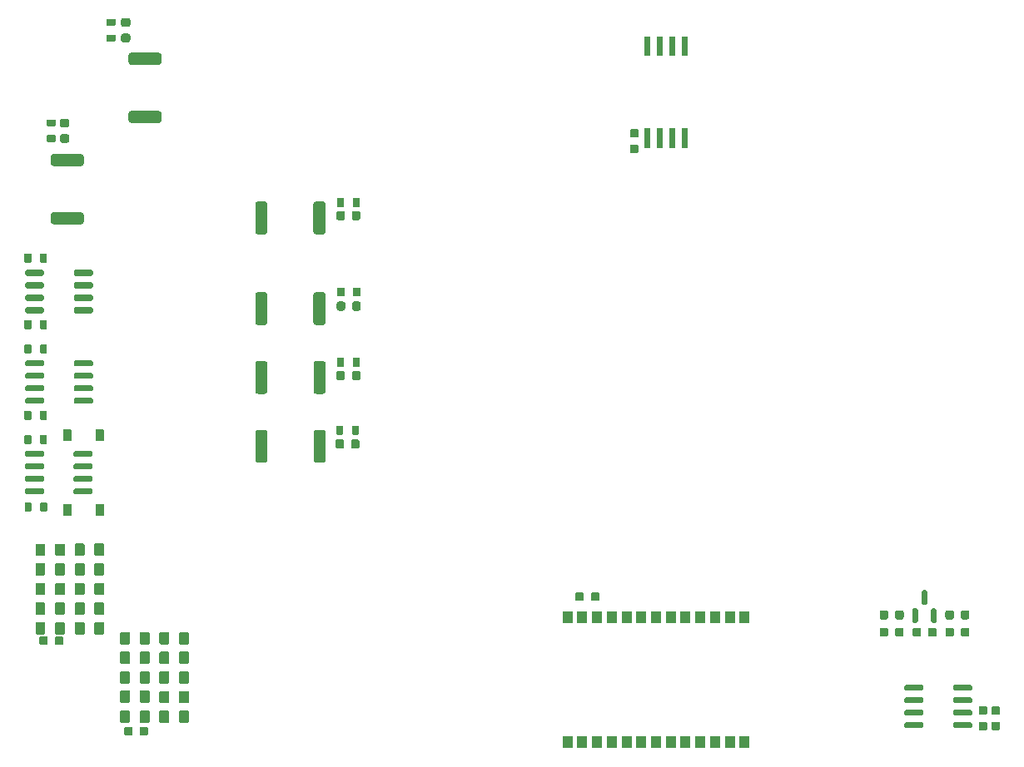
<source format=gtp>
G04 #@! TF.GenerationSoftware,KiCad,Pcbnew,8.0.8-8.0.8-0~ubuntu24.04.1*
G04 #@! TF.CreationDate,2025-02-12T08:24:26+00:00*
G04 #@! TF.ProjectId,MST01,4d535430-312e-46b6-9963-61645f706362,D*
G04 #@! TF.SameCoordinates,PX440a368PY8a86a58*
G04 #@! TF.FileFunction,Paste,Top*
G04 #@! TF.FilePolarity,Positive*
%FSLAX46Y46*%
G04 Gerber Fmt 4.6, Leading zero omitted, Abs format (unit mm)*
G04 Created by KiCad (PCBNEW 8.0.8-8.0.8-0~ubuntu24.04.1) date 2025-02-12 08:24:26*
%MOMM*%
%LPD*%
G01*
G04 APERTURE LIST*
%ADD10R,1.000000X1.300000*%
G04 APERTURE END LIST*
G04 #@! TO.C,C10*
G36*
G01*
X9055000Y13005000D02*
X9055000Y11955000D01*
G75*
G02*
X8955000Y11855000I-100000J0D01*
G01*
X8155000Y11855000D01*
G75*
G02*
X8055000Y11955000I0J100000D01*
G01*
X8055000Y13005000D01*
G75*
G02*
X8155000Y13105000I100000J0D01*
G01*
X8955000Y13105000D01*
G75*
G02*
X9055000Y13005000I0J-100000D01*
G01*
G37*
G36*
G01*
X7055000Y13005000D02*
X7055000Y11955000D01*
G75*
G02*
X6955000Y11855000I-100000J0D01*
G01*
X6155000Y11855000D01*
G75*
G02*
X6055000Y11955000I0J100000D01*
G01*
X6055000Y13005000D01*
G75*
G02*
X6155000Y13105000I100000J0D01*
G01*
X6955000Y13105000D01*
G75*
G02*
X7055000Y13005000I0J-100000D01*
G01*
G37*
G04 #@! TD*
G04 #@! TO.C,D8*
G36*
G01*
X91675000Y13020000D02*
X91375000Y13020000D01*
G75*
G02*
X91225000Y13170000I0J150000D01*
G01*
X91225000Y14345000D01*
G75*
G02*
X91375000Y14495000I150000J0D01*
G01*
X91675000Y14495000D01*
G75*
G02*
X91825000Y14345000I0J-150000D01*
G01*
X91825000Y13170000D01*
G75*
G02*
X91675000Y13020000I-150000J0D01*
G01*
G37*
G36*
G01*
X93575000Y13020000D02*
X93275000Y13020000D01*
G75*
G02*
X93125000Y13170000I0J150000D01*
G01*
X93125000Y14345000D01*
G75*
G02*
X93275000Y14495000I150000J0D01*
G01*
X93575000Y14495000D01*
G75*
G02*
X93725000Y14345000I0J-150000D01*
G01*
X93725000Y13170000D01*
G75*
G02*
X93575000Y13020000I-150000J0D01*
G01*
G37*
G36*
G01*
X92625000Y14895000D02*
X92325000Y14895000D01*
G75*
G02*
X92175000Y15045000I0J150000D01*
G01*
X92175000Y16220000D01*
G75*
G02*
X92325000Y16370000I150000J0D01*
G01*
X92625000Y16370000D01*
G75*
G02*
X92775000Y16220000I0J-150000D01*
G01*
X92775000Y15045000D01*
G75*
G02*
X92625000Y14895000I-150000J0D01*
G01*
G37*
G04 #@! TD*
G04 #@! TO.C,U7*
G36*
G01*
X990000Y30075000D02*
X990000Y30375000D01*
G75*
G02*
X1140000Y30525000I150000J0D01*
G01*
X2790000Y30525000D01*
G75*
G02*
X2940000Y30375000I0J-150000D01*
G01*
X2940000Y30075000D01*
G75*
G02*
X2790000Y29925000I-150000J0D01*
G01*
X1140000Y29925000D01*
G75*
G02*
X990000Y30075000I0J150000D01*
G01*
G37*
G36*
G01*
X990000Y28805000D02*
X990000Y29105000D01*
G75*
G02*
X1140000Y29255000I150000J0D01*
G01*
X2790000Y29255000D01*
G75*
G02*
X2940000Y29105000I0J-150000D01*
G01*
X2940000Y28805000D01*
G75*
G02*
X2790000Y28655000I-150000J0D01*
G01*
X1140000Y28655000D01*
G75*
G02*
X990000Y28805000I0J150000D01*
G01*
G37*
G36*
G01*
X990000Y27535000D02*
X990000Y27835000D01*
G75*
G02*
X1140000Y27985000I150000J0D01*
G01*
X2790000Y27985000D01*
G75*
G02*
X2940000Y27835000I0J-150000D01*
G01*
X2940000Y27535000D01*
G75*
G02*
X2790000Y27385000I-150000J0D01*
G01*
X1140000Y27385000D01*
G75*
G02*
X990000Y27535000I0J150000D01*
G01*
G37*
G36*
G01*
X990000Y26265000D02*
X990000Y26565000D01*
G75*
G02*
X1140000Y26715000I150000J0D01*
G01*
X2790000Y26715000D01*
G75*
G02*
X2940000Y26565000I0J-150000D01*
G01*
X2940000Y26265000D01*
G75*
G02*
X2790000Y26115000I-150000J0D01*
G01*
X1140000Y26115000D01*
G75*
G02*
X990000Y26265000I0J150000D01*
G01*
G37*
G36*
G01*
X5940000Y26265000D02*
X5940000Y26565000D01*
G75*
G02*
X6090000Y26715000I150000J0D01*
G01*
X7740000Y26715000D01*
G75*
G02*
X7890000Y26565000I0J-150000D01*
G01*
X7890000Y26265000D01*
G75*
G02*
X7740000Y26115000I-150000J0D01*
G01*
X6090000Y26115000D01*
G75*
G02*
X5940000Y26265000I0J150000D01*
G01*
G37*
G36*
G01*
X5940000Y27535000D02*
X5940000Y27835000D01*
G75*
G02*
X6090000Y27985000I150000J0D01*
G01*
X7740000Y27985000D01*
G75*
G02*
X7890000Y27835000I0J-150000D01*
G01*
X7890000Y27535000D01*
G75*
G02*
X7740000Y27385000I-150000J0D01*
G01*
X6090000Y27385000D01*
G75*
G02*
X5940000Y27535000I0J150000D01*
G01*
G37*
G36*
G01*
X5940000Y28805000D02*
X5940000Y29105000D01*
G75*
G02*
X6090000Y29255000I150000J0D01*
G01*
X7740000Y29255000D01*
G75*
G02*
X7890000Y29105000I0J-150000D01*
G01*
X7890000Y28805000D01*
G75*
G02*
X7740000Y28655000I-150000J0D01*
G01*
X6090000Y28655000D01*
G75*
G02*
X5940000Y28805000I0J150000D01*
G01*
G37*
G36*
G01*
X5940000Y30075000D02*
X5940000Y30375000D01*
G75*
G02*
X6090000Y30525000I150000J0D01*
G01*
X7740000Y30525000D01*
G75*
G02*
X7890000Y30375000I0J-150000D01*
G01*
X7890000Y30075000D01*
G75*
G02*
X7740000Y29925000I-150000J0D01*
G01*
X6090000Y29925000D01*
G75*
G02*
X5940000Y30075000I0J150000D01*
G01*
G37*
G04 #@! TD*
G04 #@! TO.C,C8*
G36*
G01*
X9055000Y17005000D02*
X9055000Y15955000D01*
G75*
G02*
X8955000Y15855000I-100000J0D01*
G01*
X8155000Y15855000D01*
G75*
G02*
X8055000Y15955000I0J100000D01*
G01*
X8055000Y17005000D01*
G75*
G02*
X8155000Y17105000I100000J0D01*
G01*
X8955000Y17105000D01*
G75*
G02*
X9055000Y17005000I0J-100000D01*
G01*
G37*
G36*
G01*
X7055000Y17005000D02*
X7055000Y15955000D01*
G75*
G02*
X6955000Y15855000I-100000J0D01*
G01*
X6155000Y15855000D01*
G75*
G02*
X6055000Y15955000I0J100000D01*
G01*
X6055000Y17005000D01*
G75*
G02*
X6155000Y17105000I100000J0D01*
G01*
X6955000Y17105000D01*
G75*
G02*
X7055000Y17005000I0J-100000D01*
G01*
G37*
G04 #@! TD*
G04 #@! TO.C,C27*
G36*
G01*
X62615000Y63270001D02*
X63295000Y63270001D01*
G75*
G02*
X63380000Y63185001I0J-85000D01*
G01*
X63380000Y62505001D01*
G75*
G02*
X63295000Y62420001I-85000J0D01*
G01*
X62615000Y62420001D01*
G75*
G02*
X62530000Y62505001I0J85000D01*
G01*
X62530000Y63185001D01*
G75*
G02*
X62615000Y63270001I85000J0D01*
G01*
G37*
G36*
G01*
X62615000Y61689999D02*
X63295000Y61689999D01*
G75*
G02*
X63380000Y61604999I0J-85000D01*
G01*
X63380000Y60924999D01*
G75*
G02*
X63295000Y60839999I-85000J0D01*
G01*
X62615000Y60839999D01*
G75*
G02*
X62530000Y60924999I0J85000D01*
G01*
X62530000Y61604999D01*
G75*
G02*
X62615000Y61689999I85000J0D01*
G01*
G37*
G04 #@! TD*
G04 #@! TO.C,R19*
G36*
G01*
X35035000Y56195000D02*
X35035000Y55415000D01*
G75*
G02*
X34965000Y55345000I-70000J0D01*
G01*
X34405000Y55345000D01*
G75*
G02*
X34335000Y55415000I0J70000D01*
G01*
X34335000Y56195000D01*
G75*
G02*
X34405000Y56265000I70000J0D01*
G01*
X34965000Y56265000D01*
G75*
G02*
X35035000Y56195000I0J-70000D01*
G01*
G37*
G36*
G01*
X33435000Y56195000D02*
X33435000Y55415000D01*
G75*
G02*
X33365000Y55345000I-70000J0D01*
G01*
X32805000Y55345000D01*
G75*
G02*
X32735000Y55415000I0J70000D01*
G01*
X32735000Y56195000D01*
G75*
G02*
X32805000Y56265000I70000J0D01*
G01*
X33365000Y56265000D01*
G75*
G02*
X33435000Y56195000I0J-70000D01*
G01*
G37*
G04 #@! TD*
G04 #@! TO.C,U10*
G36*
G01*
X1005000Y39290000D02*
X1005000Y39590000D01*
G75*
G02*
X1155000Y39740000I150000J0D01*
G01*
X2805000Y39740000D01*
G75*
G02*
X2955000Y39590000I0J-150000D01*
G01*
X2955000Y39290000D01*
G75*
G02*
X2805000Y39140000I-150000J0D01*
G01*
X1155000Y39140000D01*
G75*
G02*
X1005000Y39290000I0J150000D01*
G01*
G37*
G36*
G01*
X1005000Y38020000D02*
X1005000Y38320000D01*
G75*
G02*
X1155000Y38470000I150000J0D01*
G01*
X2805000Y38470000D01*
G75*
G02*
X2955000Y38320000I0J-150000D01*
G01*
X2955000Y38020000D01*
G75*
G02*
X2805000Y37870000I-150000J0D01*
G01*
X1155000Y37870000D01*
G75*
G02*
X1005000Y38020000I0J150000D01*
G01*
G37*
G36*
G01*
X1005000Y36750000D02*
X1005000Y37050000D01*
G75*
G02*
X1155000Y37200000I150000J0D01*
G01*
X2805000Y37200000D01*
G75*
G02*
X2955000Y37050000I0J-150000D01*
G01*
X2955000Y36750000D01*
G75*
G02*
X2805000Y36600000I-150000J0D01*
G01*
X1155000Y36600000D01*
G75*
G02*
X1005000Y36750000I0J150000D01*
G01*
G37*
G36*
G01*
X1005000Y35480000D02*
X1005000Y35780000D01*
G75*
G02*
X1155000Y35930000I150000J0D01*
G01*
X2805000Y35930000D01*
G75*
G02*
X2955000Y35780000I0J-150000D01*
G01*
X2955000Y35480000D01*
G75*
G02*
X2805000Y35330000I-150000J0D01*
G01*
X1155000Y35330000D01*
G75*
G02*
X1005000Y35480000I0J150000D01*
G01*
G37*
G36*
G01*
X5955000Y35480000D02*
X5955000Y35780000D01*
G75*
G02*
X6105000Y35930000I150000J0D01*
G01*
X7755000Y35930000D01*
G75*
G02*
X7905000Y35780000I0J-150000D01*
G01*
X7905000Y35480000D01*
G75*
G02*
X7755000Y35330000I-150000J0D01*
G01*
X6105000Y35330000D01*
G75*
G02*
X5955000Y35480000I0J150000D01*
G01*
G37*
G36*
G01*
X5955000Y36750000D02*
X5955000Y37050000D01*
G75*
G02*
X6105000Y37200000I150000J0D01*
G01*
X7755000Y37200000D01*
G75*
G02*
X7905000Y37050000I0J-150000D01*
G01*
X7905000Y36750000D01*
G75*
G02*
X7755000Y36600000I-150000J0D01*
G01*
X6105000Y36600000D01*
G75*
G02*
X5955000Y36750000I0J150000D01*
G01*
G37*
G36*
G01*
X5955000Y38020000D02*
X5955000Y38320000D01*
G75*
G02*
X6105000Y38470000I150000J0D01*
G01*
X7755000Y38470000D01*
G75*
G02*
X7905000Y38320000I0J-150000D01*
G01*
X7905000Y38020000D01*
G75*
G02*
X7755000Y37870000I-150000J0D01*
G01*
X6105000Y37870000D01*
G75*
G02*
X5955000Y38020000I0J150000D01*
G01*
G37*
G36*
G01*
X5955000Y39290000D02*
X5955000Y39590000D01*
G75*
G02*
X6105000Y39740000I150000J0D01*
G01*
X7755000Y39740000D01*
G75*
G02*
X7905000Y39590000I0J-150000D01*
G01*
X7905000Y39290000D01*
G75*
G02*
X7755000Y39140000I-150000J0D01*
G01*
X6105000Y39140000D01*
G75*
G02*
X5955000Y39290000I0J150000D01*
G01*
G37*
G04 #@! TD*
G04 #@! TO.C,R23*
G36*
G01*
X35075000Y47095000D02*
X35075000Y46315000D01*
G75*
G02*
X35005000Y46245000I-70000J0D01*
G01*
X34445000Y46245000D01*
G75*
G02*
X34375000Y46315000I0J70000D01*
G01*
X34375000Y47095000D01*
G75*
G02*
X34445000Y47165000I70000J0D01*
G01*
X35005000Y47165000D01*
G75*
G02*
X35075000Y47095000I0J-70000D01*
G01*
G37*
G36*
G01*
X33475000Y47095000D02*
X33475000Y46315000D01*
G75*
G02*
X33405000Y46245000I-70000J0D01*
G01*
X32845000Y46245000D01*
G75*
G02*
X32775000Y46315000I0J70000D01*
G01*
X32775000Y47095000D01*
G75*
G02*
X32845000Y47165000I70000J0D01*
G01*
X33405000Y47165000D01*
G75*
G02*
X33475000Y47095000I0J-70000D01*
G01*
G37*
G04 #@! TD*
G04 #@! TO.C,R31*
G36*
G01*
X935000Y40525000D02*
X935000Y41305000D01*
G75*
G02*
X1005000Y41375000I70000J0D01*
G01*
X1565000Y41375000D01*
G75*
G02*
X1635000Y41305000I0J-70000D01*
G01*
X1635000Y40525000D01*
G75*
G02*
X1565000Y40455000I-70000J0D01*
G01*
X1005000Y40455000D01*
G75*
G02*
X935000Y40525000I0J70000D01*
G01*
G37*
G36*
G01*
X2535000Y40525000D02*
X2535000Y41305000D01*
G75*
G02*
X2605000Y41375000I70000J0D01*
G01*
X3165000Y41375000D01*
G75*
G02*
X3235000Y41305000I0J-70000D01*
G01*
X3235000Y40525000D01*
G75*
G02*
X3165000Y40455000I-70000J0D01*
G01*
X2605000Y40455000D01*
G75*
G02*
X2535000Y40525000I0J70000D01*
G01*
G37*
G04 #@! TD*
G04 #@! TO.C,R27*
G36*
G01*
X31570000Y39435000D02*
X31570000Y36585000D01*
G75*
G02*
X31320000Y36335000I-250000J0D01*
G01*
X30595000Y36335000D01*
G75*
G02*
X30345000Y36585000I0J250000D01*
G01*
X30345000Y39435000D01*
G75*
G02*
X30595000Y39685000I250000J0D01*
G01*
X31320000Y39685000D01*
G75*
G02*
X31570000Y39435000I0J-250000D01*
G01*
G37*
G36*
G01*
X25645000Y39435000D02*
X25645000Y36585000D01*
G75*
G02*
X25395000Y36335000I-250000J0D01*
G01*
X24670000Y36335000D01*
G75*
G02*
X24420000Y36585000I0J250000D01*
G01*
X24420000Y39435000D01*
G75*
G02*
X24670000Y39685000I250000J0D01*
G01*
X25395000Y39685000D01*
G75*
G02*
X25645000Y39435000I0J-250000D01*
G01*
G37*
G04 #@! TD*
G04 #@! TO.C,C30*
G36*
G01*
X97030001Y12415000D02*
X97030001Y11735000D01*
G75*
G02*
X96945001Y11650000I-85000J0D01*
G01*
X96265001Y11650000D01*
G75*
G02*
X96180001Y11735000I0J85000D01*
G01*
X96180001Y12415000D01*
G75*
G02*
X96265001Y12500000I85000J0D01*
G01*
X96945001Y12500000D01*
G75*
G02*
X97030001Y12415000I0J-85000D01*
G01*
G37*
G36*
G01*
X95449999Y12415000D02*
X95449999Y11735000D01*
G75*
G02*
X95364999Y11650000I-85000J0D01*
G01*
X94684999Y11650000D01*
G75*
G02*
X94599999Y11735000I0J85000D01*
G01*
X94599999Y12415000D01*
G75*
G02*
X94684999Y12500000I85000J0D01*
G01*
X95364999Y12500000D01*
G75*
G02*
X95449999Y12415000I0J-85000D01*
G01*
G37*
G04 #@! TD*
G04 #@! TO.C,F6*
G36*
G01*
X11491250Y72130000D02*
X10978750Y72130000D01*
G75*
G02*
X10760000Y72348750I0J218750D01*
G01*
X10760000Y72786250D01*
G75*
G02*
X10978750Y73005000I218750J0D01*
G01*
X11491250Y73005000D01*
G75*
G02*
X11710000Y72786250I0J-218750D01*
G01*
X11710000Y72348750D01*
G75*
G02*
X11491250Y72130000I-218750J0D01*
G01*
G37*
G36*
G01*
X11491250Y73705000D02*
X10978750Y73705000D01*
G75*
G02*
X10760000Y73923750I0J218750D01*
G01*
X10760000Y74361250D01*
G75*
G02*
X10978750Y74580000I218750J0D01*
G01*
X11491250Y74580000D01*
G75*
G02*
X11710000Y74361250I0J-218750D01*
G01*
X11710000Y73923750D01*
G75*
G02*
X11491250Y73705000I-218750J0D01*
G01*
G37*
G04 #@! TD*
G04 #@! TO.C,C33*
G36*
G01*
X59400001Y16030000D02*
X59400001Y15350000D01*
G75*
G02*
X59315001Y15265000I-85000J0D01*
G01*
X58635001Y15265000D01*
G75*
G02*
X58550001Y15350000I0J85000D01*
G01*
X58550001Y16030000D01*
G75*
G02*
X58635001Y16115000I85000J0D01*
G01*
X59315001Y16115000D01*
G75*
G02*
X59400001Y16030000I0J-85000D01*
G01*
G37*
G36*
G01*
X57819999Y16030000D02*
X57819999Y15350000D01*
G75*
G02*
X57734999Y15265000I-85000J0D01*
G01*
X57054999Y15265000D01*
G75*
G02*
X56969999Y15350000I0J85000D01*
G01*
X56969999Y16030000D01*
G75*
G02*
X57054999Y16115000I85000J0D01*
G01*
X57734999Y16115000D01*
G75*
G02*
X57819999Y16030000I0J-85000D01*
G01*
G37*
G04 #@! TD*
G04 #@! TO.C,C29*
G36*
G01*
X91269999Y11735000D02*
X91269999Y12415000D01*
G75*
G02*
X91354999Y12500000I85000J0D01*
G01*
X92034999Y12500000D01*
G75*
G02*
X92119999Y12415000I0J-85000D01*
G01*
X92119999Y11735000D01*
G75*
G02*
X92034999Y11650000I-85000J0D01*
G01*
X91354999Y11650000D01*
G75*
G02*
X91269999Y11735000I0J85000D01*
G01*
G37*
G36*
G01*
X92850001Y11735000D02*
X92850001Y12415000D01*
G75*
G02*
X92935001Y12500000I85000J0D01*
G01*
X93615001Y12500000D01*
G75*
G02*
X93700001Y12415000I0J-85000D01*
G01*
X93700001Y11735000D01*
G75*
G02*
X93615001Y11650000I-85000J0D01*
G01*
X92935001Y11650000D01*
G75*
G02*
X92850001Y11735000I0J85000D01*
G01*
G37*
G04 #@! TD*
G04 #@! TO.C,F9*
G36*
G01*
X32660000Y37948750D02*
X32660000Y38461250D01*
G75*
G02*
X32878750Y38680000I218750J0D01*
G01*
X33316250Y38680000D01*
G75*
G02*
X33535000Y38461250I0J-218750D01*
G01*
X33535000Y37948750D01*
G75*
G02*
X33316250Y37730000I-218750J0D01*
G01*
X32878750Y37730000D01*
G75*
G02*
X32660000Y37948750I0J218750D01*
G01*
G37*
G36*
G01*
X34235000Y37948750D02*
X34235000Y38461250D01*
G75*
G02*
X34453750Y38680000I218750J0D01*
G01*
X34891250Y38680000D01*
G75*
G02*
X35110000Y38461250I0J-218750D01*
G01*
X35110000Y37948750D01*
G75*
G02*
X34891250Y37730000I-218750J0D01*
G01*
X34453750Y37730000D01*
G75*
G02*
X34235000Y37948750I0J218750D01*
G01*
G37*
G04 #@! TD*
G04 #@! TO.C,C24*
G36*
G01*
X11079999Y1670006D02*
X11079999Y2350006D01*
G75*
G02*
X11164999Y2435006I85000J0D01*
G01*
X11844999Y2435006D01*
G75*
G02*
X11929999Y2350006I0J-85000D01*
G01*
X11929999Y1670006D01*
G75*
G02*
X11844999Y1585006I-85000J0D01*
G01*
X11164999Y1585006D01*
G75*
G02*
X11079999Y1670006I0J85000D01*
G01*
G37*
G36*
G01*
X12660001Y1670006D02*
X12660001Y2350006D01*
G75*
G02*
X12745001Y2435006I85000J0D01*
G01*
X13425001Y2435006D01*
G75*
G02*
X13510001Y2350006I0J-85000D01*
G01*
X13510001Y1670006D01*
G75*
G02*
X13425001Y1585006I-85000J0D01*
G01*
X12745001Y1585006D01*
G75*
G02*
X12660001Y1670006I0J85000D01*
G01*
G37*
G04 #@! TD*
G04 #@! TO.C,C21*
G36*
G01*
X17665000Y7995000D02*
X17665000Y6945000D01*
G75*
G02*
X17565000Y6845000I-100000J0D01*
G01*
X16765000Y6845000D01*
G75*
G02*
X16665000Y6945000I0J100000D01*
G01*
X16665000Y7995000D01*
G75*
G02*
X16765000Y8095000I100000J0D01*
G01*
X17565000Y8095000D01*
G75*
G02*
X17665000Y7995000I0J-100000D01*
G01*
G37*
G36*
G01*
X15665000Y7995000D02*
X15665000Y6945000D01*
G75*
G02*
X15565000Y6845000I-100000J0D01*
G01*
X14765000Y6845000D01*
G75*
G02*
X14665000Y6945000I0J100000D01*
G01*
X14665000Y7995000D01*
G75*
G02*
X14765000Y8095000I100000J0D01*
G01*
X15565000Y8095000D01*
G75*
G02*
X15665000Y7995000I0J-100000D01*
G01*
G37*
G04 #@! TD*
G04 #@! TO.C,U4*
G36*
G01*
X97315000Y2770000D02*
X97315000Y2470000D01*
G75*
G02*
X97165000Y2320000I-150000J0D01*
G01*
X95515000Y2320000D01*
G75*
G02*
X95365000Y2470000I0J150000D01*
G01*
X95365000Y2770000D01*
G75*
G02*
X95515000Y2920000I150000J0D01*
G01*
X97165000Y2920000D01*
G75*
G02*
X97315000Y2770000I0J-150000D01*
G01*
G37*
G36*
G01*
X97315000Y4040000D02*
X97315000Y3740000D01*
G75*
G02*
X97165000Y3590000I-150000J0D01*
G01*
X95515000Y3590000D01*
G75*
G02*
X95365000Y3740000I0J150000D01*
G01*
X95365000Y4040000D01*
G75*
G02*
X95515000Y4190000I150000J0D01*
G01*
X97165000Y4190000D01*
G75*
G02*
X97315000Y4040000I0J-150000D01*
G01*
G37*
G36*
G01*
X97315000Y5310000D02*
X97315000Y5010000D01*
G75*
G02*
X97165000Y4860000I-150000J0D01*
G01*
X95515000Y4860000D01*
G75*
G02*
X95365000Y5010000I0J150000D01*
G01*
X95365000Y5310000D01*
G75*
G02*
X95515000Y5460000I150000J0D01*
G01*
X97165000Y5460000D01*
G75*
G02*
X97315000Y5310000I0J-150000D01*
G01*
G37*
G36*
G01*
X97315000Y6580000D02*
X97315000Y6280000D01*
G75*
G02*
X97165000Y6130000I-150000J0D01*
G01*
X95515000Y6130000D01*
G75*
G02*
X95365000Y6280000I0J150000D01*
G01*
X95365000Y6580000D01*
G75*
G02*
X95515000Y6730000I150000J0D01*
G01*
X97165000Y6730000D01*
G75*
G02*
X97315000Y6580000I0J-150000D01*
G01*
G37*
G36*
G01*
X92365000Y6580000D02*
X92365000Y6280000D01*
G75*
G02*
X92215000Y6130000I-150000J0D01*
G01*
X90565000Y6130000D01*
G75*
G02*
X90415000Y6280000I0J150000D01*
G01*
X90415000Y6580000D01*
G75*
G02*
X90565000Y6730000I150000J0D01*
G01*
X92215000Y6730000D01*
G75*
G02*
X92365000Y6580000I0J-150000D01*
G01*
G37*
G36*
G01*
X92365000Y5310000D02*
X92365000Y5010000D01*
G75*
G02*
X92215000Y4860000I-150000J0D01*
G01*
X90565000Y4860000D01*
G75*
G02*
X90415000Y5010000I0J150000D01*
G01*
X90415000Y5310000D01*
G75*
G02*
X90565000Y5460000I150000J0D01*
G01*
X92215000Y5460000D01*
G75*
G02*
X92365000Y5310000I0J-150000D01*
G01*
G37*
G36*
G01*
X92365000Y4040000D02*
X92365000Y3740000D01*
G75*
G02*
X92215000Y3590000I-150000J0D01*
G01*
X90565000Y3590000D01*
G75*
G02*
X90415000Y3740000I0J150000D01*
G01*
X90415000Y4040000D01*
G75*
G02*
X90565000Y4190000I150000J0D01*
G01*
X92215000Y4190000D01*
G75*
G02*
X92365000Y4040000I0J-150000D01*
G01*
G37*
G36*
G01*
X92365000Y2770000D02*
X92365000Y2470000D01*
G75*
G02*
X92215000Y2320000I-150000J0D01*
G01*
X90565000Y2320000D01*
G75*
G02*
X90415000Y2470000I0J150000D01*
G01*
X90415000Y2770000D01*
G75*
G02*
X90565000Y2920000I150000J0D01*
G01*
X92215000Y2920000D01*
G75*
G02*
X92365000Y2770000I0J-150000D01*
G01*
G37*
G04 #@! TD*
G04 #@! TO.C,C19*
G36*
G01*
X17665000Y11995000D02*
X17665000Y10945000D01*
G75*
G02*
X17565000Y10845000I-100000J0D01*
G01*
X16765000Y10845000D01*
G75*
G02*
X16665000Y10945000I0J100000D01*
G01*
X16665000Y11995000D01*
G75*
G02*
X16765000Y12095000I100000J0D01*
G01*
X17565000Y12095000D01*
G75*
G02*
X17665000Y11995000I0J-100000D01*
G01*
G37*
G36*
G01*
X15665000Y11995000D02*
X15665000Y10945000D01*
G75*
G02*
X15565000Y10845000I-100000J0D01*
G01*
X14765000Y10845000D01*
G75*
G02*
X14665000Y10945000I0J100000D01*
G01*
X14665000Y11995000D01*
G75*
G02*
X14765000Y12095000I100000J0D01*
G01*
X15565000Y12095000D01*
G75*
G02*
X15665000Y11995000I0J-100000D01*
G01*
G37*
G04 #@! TD*
G04 #@! TO.C,C20*
G36*
G01*
X17665000Y9995000D02*
X17665000Y8945000D01*
G75*
G02*
X17565000Y8845000I-100000J0D01*
G01*
X16765000Y8845000D01*
G75*
G02*
X16665000Y8945000I0J100000D01*
G01*
X16665000Y9995000D01*
G75*
G02*
X16765000Y10095000I100000J0D01*
G01*
X17565000Y10095000D01*
G75*
G02*
X17665000Y9995000I0J-100000D01*
G01*
G37*
G36*
G01*
X15665000Y9995000D02*
X15665000Y8945000D01*
G75*
G02*
X15565000Y8845000I-100000J0D01*
G01*
X14765000Y8845000D01*
G75*
G02*
X14665000Y8945000I0J100000D01*
G01*
X14665000Y9995000D01*
G75*
G02*
X14765000Y10095000I100000J0D01*
G01*
X15565000Y10095000D01*
G75*
G02*
X15665000Y9995000I0J-100000D01*
G01*
G37*
G04 #@! TD*
G04 #@! TO.C,C31*
G36*
G01*
X100055000Y2099999D02*
X99375000Y2099999D01*
G75*
G02*
X99290000Y2184999I0J85000D01*
G01*
X99290000Y2864999D01*
G75*
G02*
X99375000Y2949999I85000J0D01*
G01*
X100055000Y2949999D01*
G75*
G02*
X100140000Y2864999I0J-85000D01*
G01*
X100140000Y2184999D01*
G75*
G02*
X100055000Y2099999I-85000J0D01*
G01*
G37*
G36*
G01*
X100055000Y3680001D02*
X99375000Y3680001D01*
G75*
G02*
X99290000Y3765001I0J85000D01*
G01*
X99290000Y4445001D01*
G75*
G02*
X99375000Y4530001I85000J0D01*
G01*
X100055000Y4530001D01*
G75*
G02*
X100140000Y4445001I0J-85000D01*
G01*
X100140000Y3765001D01*
G75*
G02*
X100055000Y3680001I-85000J0D01*
G01*
G37*
G04 #@! TD*
G04 #@! TO.C,R24*
G36*
G01*
X35035000Y39955000D02*
X35035000Y39175000D01*
G75*
G02*
X34965000Y39105000I-70000J0D01*
G01*
X34405000Y39105000D01*
G75*
G02*
X34335000Y39175000I0J70000D01*
G01*
X34335000Y39955000D01*
G75*
G02*
X34405000Y40025000I70000J0D01*
G01*
X34965000Y40025000D01*
G75*
G02*
X35035000Y39955000I0J-70000D01*
G01*
G37*
G36*
G01*
X33435000Y39955000D02*
X33435000Y39175000D01*
G75*
G02*
X33365000Y39105000I-70000J0D01*
G01*
X32805000Y39105000D01*
G75*
G02*
X32735000Y39175000I0J70000D01*
G01*
X32735000Y39955000D01*
G75*
G02*
X32805000Y40025000I70000J0D01*
G01*
X33365000Y40025000D01*
G75*
G02*
X33435000Y39955000I0J-70000D01*
G01*
G37*
G04 #@! TD*
G04 #@! TO.C,C7*
G36*
G01*
X9055000Y19005000D02*
X9055000Y17955000D01*
G75*
G02*
X8955000Y17855000I-100000J0D01*
G01*
X8155000Y17855000D01*
G75*
G02*
X8055000Y17955000I0J100000D01*
G01*
X8055000Y19005000D01*
G75*
G02*
X8155000Y19105000I100000J0D01*
G01*
X8955000Y19105000D01*
G75*
G02*
X9055000Y19005000I0J-100000D01*
G01*
G37*
G36*
G01*
X7055000Y19005000D02*
X7055000Y17955000D01*
G75*
G02*
X6955000Y17855000I-100000J0D01*
G01*
X6155000Y17855000D01*
G75*
G02*
X6055000Y17955000I0J100000D01*
G01*
X6055000Y19005000D01*
G75*
G02*
X6155000Y19105000I100000J0D01*
G01*
X6955000Y19105000D01*
G75*
G02*
X7055000Y19005000I0J-100000D01*
G01*
G37*
G04 #@! TD*
G04 #@! TO.C,C18*
G36*
G01*
X10665000Y2945000D02*
X10665000Y3995000D01*
G75*
G02*
X10765000Y4095000I100000J0D01*
G01*
X11565000Y4095000D01*
G75*
G02*
X11665000Y3995000I0J-100000D01*
G01*
X11665000Y2945000D01*
G75*
G02*
X11565000Y2845000I-100000J0D01*
G01*
X10765000Y2845000D01*
G75*
G02*
X10665000Y2945000I0J100000D01*
G01*
G37*
G36*
G01*
X12665000Y2945000D02*
X12665000Y3995000D01*
G75*
G02*
X12765000Y4095000I100000J0D01*
G01*
X13565000Y4095000D01*
G75*
G02*
X13665000Y3995000I0J-100000D01*
G01*
X13665000Y2945000D01*
G75*
G02*
X13565000Y2845000I-100000J0D01*
G01*
X12765000Y2845000D01*
G75*
G02*
X12665000Y2945000I0J100000D01*
G01*
G37*
G04 #@! TD*
G04 #@! TO.C,R21*
G36*
G01*
X3865000Y60750000D02*
X6715000Y60750000D01*
G75*
G02*
X6965000Y60500000I0J-250000D01*
G01*
X6965000Y59775000D01*
G75*
G02*
X6715000Y59525000I-250000J0D01*
G01*
X3865000Y59525000D01*
G75*
G02*
X3615000Y59775000I0J250000D01*
G01*
X3615000Y60500000D01*
G75*
G02*
X3865000Y60750000I250000J0D01*
G01*
G37*
G36*
G01*
X3865000Y54825000D02*
X6715000Y54825000D01*
G75*
G02*
X6965000Y54575000I0J-250000D01*
G01*
X6965000Y53850000D01*
G75*
G02*
X6715000Y53600000I-250000J0D01*
G01*
X3865000Y53600000D01*
G75*
G02*
X3615000Y53850000I0J250000D01*
G01*
X3615000Y54575000D01*
G75*
G02*
X3865000Y54825000I250000J0D01*
G01*
G37*
G04 #@! TD*
G04 #@! TO.C,R10*
G36*
G01*
X935000Y31305000D02*
X935000Y32085000D01*
G75*
G02*
X1005000Y32155000I70000J0D01*
G01*
X1565000Y32155000D01*
G75*
G02*
X1635000Y32085000I0J-70000D01*
G01*
X1635000Y31305000D01*
G75*
G02*
X1565000Y31235000I-70000J0D01*
G01*
X1005000Y31235000D01*
G75*
G02*
X935000Y31305000I0J70000D01*
G01*
G37*
G36*
G01*
X2535000Y31305000D02*
X2535000Y32085000D01*
G75*
G02*
X2605000Y32155000I70000J0D01*
G01*
X3165000Y32155000D01*
G75*
G02*
X3235000Y32085000I0J-70000D01*
G01*
X3235000Y31305000D01*
G75*
G02*
X3165000Y31235000I-70000J0D01*
G01*
X2605000Y31235000D01*
G75*
G02*
X2535000Y31305000I0J70000D01*
G01*
G37*
G04 #@! TD*
G04 #@! TO.C,D2*
G36*
G01*
X4855000Y31615000D02*
X4855000Y32635000D01*
G75*
G02*
X4945000Y32725000I90000J0D01*
G01*
X5665000Y32725000D01*
G75*
G02*
X5755000Y32635000I0J-90000D01*
G01*
X5755000Y31615000D01*
G75*
G02*
X5665000Y31525000I-90000J0D01*
G01*
X4945000Y31525000D01*
G75*
G02*
X4855000Y31615000I0J90000D01*
G01*
G37*
G36*
G01*
X8155000Y31615000D02*
X8155000Y32635000D01*
G75*
G02*
X8245000Y32725000I90000J0D01*
G01*
X8965000Y32725000D01*
G75*
G02*
X9055000Y32635000I0J-90000D01*
G01*
X9055000Y31615000D01*
G75*
G02*
X8965000Y31525000I-90000J0D01*
G01*
X8245000Y31525000D01*
G75*
G02*
X8155000Y31615000I0J90000D01*
G01*
G37*
G04 #@! TD*
G04 #@! TO.C,C4*
G36*
G01*
X2055000Y13955000D02*
X2055000Y15005000D01*
G75*
G02*
X2155000Y15105000I100000J0D01*
G01*
X2955000Y15105000D01*
G75*
G02*
X3055000Y15005000I0J-100000D01*
G01*
X3055000Y13955000D01*
G75*
G02*
X2955000Y13855000I-100000J0D01*
G01*
X2155000Y13855000D01*
G75*
G02*
X2055000Y13955000I0J100000D01*
G01*
G37*
G36*
G01*
X4055000Y13955000D02*
X4055000Y15005000D01*
G75*
G02*
X4155000Y15105000I100000J0D01*
G01*
X4955000Y15105000D01*
G75*
G02*
X5055000Y15005000I0J-100000D01*
G01*
X5055000Y13955000D01*
G75*
G02*
X4955000Y13855000I-100000J0D01*
G01*
X4155000Y13855000D01*
G75*
G02*
X4055000Y13955000I0J100000D01*
G01*
G37*
G04 #@! TD*
G04 #@! TO.C,C11*
G36*
G01*
X2469999Y10865000D02*
X2469999Y11545000D01*
G75*
G02*
X2554999Y11630000I85000J0D01*
G01*
X3234999Y11630000D01*
G75*
G02*
X3319999Y11545000I0J-85000D01*
G01*
X3319999Y10865000D01*
G75*
G02*
X3234999Y10780000I-85000J0D01*
G01*
X2554999Y10780000D01*
G75*
G02*
X2469999Y10865000I0J85000D01*
G01*
G37*
G36*
G01*
X4050001Y10865000D02*
X4050001Y11545000D01*
G75*
G02*
X4135001Y11630000I85000J0D01*
G01*
X4815001Y11630000D01*
G75*
G02*
X4900001Y11545000I0J-85000D01*
G01*
X4900001Y10865000D01*
G75*
G02*
X4815001Y10780000I-85000J0D01*
G01*
X4135001Y10780000D01*
G75*
G02*
X4050001Y10865000I0J85000D01*
G01*
G37*
G04 #@! TD*
G04 #@! TO.C,F8*
G36*
G01*
X32690000Y45018750D02*
X32690000Y45531250D01*
G75*
G02*
X32908750Y45750000I218750J0D01*
G01*
X33346250Y45750000D01*
G75*
G02*
X33565000Y45531250I0J-218750D01*
G01*
X33565000Y45018750D01*
G75*
G02*
X33346250Y44800000I-218750J0D01*
G01*
X32908750Y44800000D01*
G75*
G02*
X32690000Y45018750I0J218750D01*
G01*
G37*
G36*
G01*
X34265000Y45018750D02*
X34265000Y45531250D01*
G75*
G02*
X34483750Y45750000I218750J0D01*
G01*
X34921250Y45750000D01*
G75*
G02*
X35140000Y45531250I0J-218750D01*
G01*
X35140000Y45018750D01*
G75*
G02*
X34921250Y44800000I-218750J0D01*
G01*
X34483750Y44800000D01*
G75*
G02*
X34265000Y45018750I0J218750D01*
G01*
G37*
G04 #@! TD*
G04 #@! TO.C,C1*
G36*
G01*
X2055000Y19945000D02*
X2055000Y20995000D01*
G75*
G02*
X2155000Y21095000I100000J0D01*
G01*
X2955000Y21095000D01*
G75*
G02*
X3055000Y20995000I0J-100000D01*
G01*
X3055000Y19945000D01*
G75*
G02*
X2955000Y19845000I-100000J0D01*
G01*
X2155000Y19845000D01*
G75*
G02*
X2055000Y19945000I0J100000D01*
G01*
G37*
G36*
G01*
X4055000Y19945000D02*
X4055000Y20995000D01*
G75*
G02*
X4155000Y21095000I100000J0D01*
G01*
X4955000Y21095000D01*
G75*
G02*
X5055000Y20995000I0J-100000D01*
G01*
X5055000Y19945000D01*
G75*
G02*
X4955000Y19845000I-100000J0D01*
G01*
X4155000Y19845000D01*
G75*
G02*
X4055000Y19945000I0J100000D01*
G01*
G37*
G04 #@! TD*
G04 #@! TO.C,R26*
G36*
G01*
X31555000Y46440000D02*
X31555000Y43590000D01*
G75*
G02*
X31305000Y43340000I-250000J0D01*
G01*
X30580000Y43340000D01*
G75*
G02*
X30330000Y43590000I0J250000D01*
G01*
X30330000Y46440000D01*
G75*
G02*
X30580000Y46690000I250000J0D01*
G01*
X31305000Y46690000D01*
G75*
G02*
X31555000Y46440000I0J-250000D01*
G01*
G37*
G36*
G01*
X25630000Y46440000D02*
X25630000Y43590000D01*
G75*
G02*
X25380000Y43340000I-250000J0D01*
G01*
X24655000Y43340000D01*
G75*
G02*
X24405000Y43590000I0J250000D01*
G01*
X24405000Y46440000D01*
G75*
G02*
X24655000Y46690000I250000J0D01*
G01*
X25380000Y46690000D01*
G75*
G02*
X25630000Y46440000I0J-250000D01*
G01*
G37*
G04 #@! TD*
G04 #@! TO.C,U12*
G36*
G01*
X64503700Y61365000D02*
X63996300Y61365000D01*
G75*
G02*
X63955000Y61406300I0J41300D01*
G01*
X63955000Y63343700D01*
G75*
G02*
X63996300Y63385000I41300J0D01*
G01*
X64503700Y63385000D01*
G75*
G02*
X64545000Y63343700I0J-41300D01*
G01*
X64545000Y61406300D01*
G75*
G02*
X64503700Y61365000I-41300J0D01*
G01*
G37*
G36*
G01*
X65773700Y61365000D02*
X65266300Y61365000D01*
G75*
G02*
X65225000Y61406300I0J41300D01*
G01*
X65225000Y63343700D01*
G75*
G02*
X65266300Y63385000I41300J0D01*
G01*
X65773700Y63385000D01*
G75*
G02*
X65815000Y63343700I0J-41300D01*
G01*
X65815000Y61406300D01*
G75*
G02*
X65773700Y61365000I-41300J0D01*
G01*
G37*
G36*
G01*
X67043700Y61365000D02*
X66536300Y61365000D01*
G75*
G02*
X66495000Y61406300I0J41300D01*
G01*
X66495000Y63343700D01*
G75*
G02*
X66536300Y63385000I41300J0D01*
G01*
X67043700Y63385000D01*
G75*
G02*
X67085000Y63343700I0J-41300D01*
G01*
X67085000Y61406300D01*
G75*
G02*
X67043700Y61365000I-41300J0D01*
G01*
G37*
G36*
G01*
X68313700Y61365000D02*
X67806300Y61365000D01*
G75*
G02*
X67765000Y61406300I0J41300D01*
G01*
X67765000Y63343700D01*
G75*
G02*
X67806300Y63385000I41300J0D01*
G01*
X68313700Y63385000D01*
G75*
G02*
X68355000Y63343700I0J-41300D01*
G01*
X68355000Y61406300D01*
G75*
G02*
X68313700Y61365000I-41300J0D01*
G01*
G37*
G36*
G01*
X68313700Y70725000D02*
X67806300Y70725000D01*
G75*
G02*
X67765000Y70766300I0J41300D01*
G01*
X67765000Y72703700D01*
G75*
G02*
X67806300Y72745000I41300J0D01*
G01*
X68313700Y72745000D01*
G75*
G02*
X68355000Y72703700I0J-41300D01*
G01*
X68355000Y70766300D01*
G75*
G02*
X68313700Y70725000I-41300J0D01*
G01*
G37*
G36*
G01*
X67043700Y70725000D02*
X66536300Y70725000D01*
G75*
G02*
X66495000Y70766300I0J41300D01*
G01*
X66495000Y72703700D01*
G75*
G02*
X66536300Y72745000I41300J0D01*
G01*
X67043700Y72745000D01*
G75*
G02*
X67085000Y72703700I0J-41300D01*
G01*
X67085000Y70766300D01*
G75*
G02*
X67043700Y70725000I-41300J0D01*
G01*
G37*
G36*
G01*
X65773700Y70725000D02*
X65266300Y70725000D01*
G75*
G02*
X65225000Y70766300I0J41300D01*
G01*
X65225000Y72703700D01*
G75*
G02*
X65266300Y72745000I41300J0D01*
G01*
X65773700Y72745000D01*
G75*
G02*
X65815000Y72703700I0J-41300D01*
G01*
X65815000Y70766300D01*
G75*
G02*
X65773700Y70725000I-41300J0D01*
G01*
G37*
G36*
G01*
X64503700Y70725000D02*
X63996300Y70725000D01*
G75*
G02*
X63955000Y70766300I0J41300D01*
G01*
X63955000Y72703700D01*
G75*
G02*
X63996300Y72745000I41300J0D01*
G01*
X64503700Y72745000D01*
G75*
G02*
X64545000Y72703700I0J-41300D01*
G01*
X64545000Y70766300D01*
G75*
G02*
X64503700Y70725000I-41300J0D01*
G01*
G37*
G04 #@! TD*
G04 #@! TO.C,C16*
G36*
G01*
X10665000Y6945000D02*
X10665000Y7995000D01*
G75*
G02*
X10765000Y8095000I100000J0D01*
G01*
X11565000Y8095000D01*
G75*
G02*
X11665000Y7995000I0J-100000D01*
G01*
X11665000Y6945000D01*
G75*
G02*
X11565000Y6845000I-100000J0D01*
G01*
X10765000Y6845000D01*
G75*
G02*
X10665000Y6945000I0J100000D01*
G01*
G37*
G36*
G01*
X12665000Y6945000D02*
X12665000Y7995000D01*
G75*
G02*
X12765000Y8095000I100000J0D01*
G01*
X13565000Y8095000D01*
G75*
G02*
X13665000Y7995000I0J-100000D01*
G01*
X13665000Y6945000D01*
G75*
G02*
X13565000Y6845000I-100000J0D01*
G01*
X12765000Y6845000D01*
G75*
G02*
X12665000Y6945000I0J100000D01*
G01*
G37*
G04 #@! TD*
G04 #@! TO.C,C9*
G36*
G01*
X9055000Y15005000D02*
X9055000Y13955000D01*
G75*
G02*
X8955000Y13855000I-100000J0D01*
G01*
X8155000Y13855000D01*
G75*
G02*
X8055000Y13955000I0J100000D01*
G01*
X8055000Y15005000D01*
G75*
G02*
X8155000Y15105000I100000J0D01*
G01*
X8955000Y15105000D01*
G75*
G02*
X9055000Y15005000I0J-100000D01*
G01*
G37*
G36*
G01*
X7055000Y15005000D02*
X7055000Y13955000D01*
G75*
G02*
X6955000Y13855000I-100000J0D01*
G01*
X6155000Y13855000D01*
G75*
G02*
X6055000Y13955000I0J100000D01*
G01*
X6055000Y15005000D01*
G75*
G02*
X6155000Y15105000I100000J0D01*
G01*
X6955000Y15105000D01*
G75*
G02*
X7055000Y15005000I0J-100000D01*
G01*
G37*
G04 #@! TD*
G04 #@! TO.C,C32*
G36*
G01*
X98759994Y2099999D02*
X98079994Y2099999D01*
G75*
G02*
X97994994Y2184999I0J85000D01*
G01*
X97994994Y2864999D01*
G75*
G02*
X98079994Y2949999I85000J0D01*
G01*
X98759994Y2949999D01*
G75*
G02*
X98844994Y2864999I0J-85000D01*
G01*
X98844994Y2184999D01*
G75*
G02*
X98759994Y2099999I-85000J0D01*
G01*
G37*
G36*
G01*
X98759994Y3680001D02*
X98079994Y3680001D01*
G75*
G02*
X97994994Y3765001I0J85000D01*
G01*
X97994994Y4445001D01*
G75*
G02*
X98079994Y4530001I85000J0D01*
G01*
X98759994Y4530001D01*
G75*
G02*
X98844994Y4445001I0J-85000D01*
G01*
X98844994Y3765001D01*
G75*
G02*
X98759994Y3680001I-85000J0D01*
G01*
G37*
G04 #@! TD*
G04 #@! TO.C,R16*
G36*
G01*
X3235000Y43785000D02*
X3235000Y43005000D01*
G75*
G02*
X3165000Y42935000I-70000J0D01*
G01*
X2605000Y42935000D01*
G75*
G02*
X2535000Y43005000I0J70000D01*
G01*
X2535000Y43785000D01*
G75*
G02*
X2605000Y43855000I70000J0D01*
G01*
X3165000Y43855000D01*
G75*
G02*
X3235000Y43785000I0J-70000D01*
G01*
G37*
G36*
G01*
X1635000Y43785000D02*
X1635000Y43005000D01*
G75*
G02*
X1565000Y42935000I-70000J0D01*
G01*
X1005000Y42935000D01*
G75*
G02*
X935000Y43005000I0J70000D01*
G01*
X935000Y43785000D01*
G75*
G02*
X1005000Y43855000I70000J0D01*
G01*
X1565000Y43855000D01*
G75*
G02*
X1635000Y43785000I0J-70000D01*
G01*
G37*
G04 #@! TD*
G04 #@! TO.C,L2*
G36*
G01*
X87910000Y13588750D02*
X87910000Y14101250D01*
G75*
G02*
X88128750Y14320000I218750J0D01*
G01*
X88566250Y14320000D01*
G75*
G02*
X88785000Y14101250I0J-218750D01*
G01*
X88785000Y13588750D01*
G75*
G02*
X88566250Y13370000I-218750J0D01*
G01*
X88128750Y13370000D01*
G75*
G02*
X87910000Y13588750I0J218750D01*
G01*
G37*
G36*
G01*
X89485000Y13588750D02*
X89485000Y14101250D01*
G75*
G02*
X89703750Y14320000I218750J0D01*
G01*
X90141250Y14320000D01*
G75*
G02*
X90360000Y14101250I0J-218750D01*
G01*
X90360000Y13588750D01*
G75*
G02*
X90141250Y13370000I-218750J0D01*
G01*
X89703750Y13370000D01*
G75*
G02*
X89485000Y13588750I0J218750D01*
G01*
G37*
G04 #@! TD*
G04 #@! TO.C,R15*
G36*
G01*
X3235000Y50565000D02*
X3235000Y49785000D01*
G75*
G02*
X3165000Y49715000I-70000J0D01*
G01*
X2605000Y49715000D01*
G75*
G02*
X2535000Y49785000I0J70000D01*
G01*
X2535000Y50565000D01*
G75*
G02*
X2605000Y50635000I70000J0D01*
G01*
X3165000Y50635000D01*
G75*
G02*
X3235000Y50565000I0J-70000D01*
G01*
G37*
G36*
G01*
X1635000Y50565000D02*
X1635000Y49785000D01*
G75*
G02*
X1565000Y49715000I-70000J0D01*
G01*
X1005000Y49715000D01*
G75*
G02*
X935000Y49785000I0J70000D01*
G01*
X935000Y50565000D01*
G75*
G02*
X1005000Y50635000I70000J0D01*
G01*
X1565000Y50635000D01*
G75*
G02*
X1635000Y50565000I0J-70000D01*
G01*
G37*
G04 #@! TD*
G04 #@! TO.C,R17*
G36*
G01*
X9345000Y74505000D02*
X10125000Y74505000D01*
G75*
G02*
X10195000Y74435000I0J-70000D01*
G01*
X10195000Y73875000D01*
G75*
G02*
X10125000Y73805000I-70000J0D01*
G01*
X9345000Y73805000D01*
G75*
G02*
X9275000Y73875000I0J70000D01*
G01*
X9275000Y74435000D01*
G75*
G02*
X9345000Y74505000I70000J0D01*
G01*
G37*
G36*
G01*
X9345000Y72905000D02*
X10125000Y72905000D01*
G75*
G02*
X10195000Y72835000I0J-70000D01*
G01*
X10195000Y72275000D01*
G75*
G02*
X10125000Y72205000I-70000J0D01*
G01*
X9345000Y72205000D01*
G75*
G02*
X9275000Y72275000I0J70000D01*
G01*
X9275000Y72835000D01*
G75*
G02*
X9345000Y72905000I70000J0D01*
G01*
G37*
G04 #@! TD*
G04 #@! TO.C,C14*
G36*
G01*
X10665000Y10945000D02*
X10665000Y11995000D01*
G75*
G02*
X10765000Y12095000I100000J0D01*
G01*
X11565000Y12095000D01*
G75*
G02*
X11665000Y11995000I0J-100000D01*
G01*
X11665000Y10945000D01*
G75*
G02*
X11565000Y10845000I-100000J0D01*
G01*
X10765000Y10845000D01*
G75*
G02*
X10665000Y10945000I0J100000D01*
G01*
G37*
G36*
G01*
X12665000Y10945000D02*
X12665000Y11995000D01*
G75*
G02*
X12765000Y12095000I100000J0D01*
G01*
X13565000Y12095000D01*
G75*
G02*
X13665000Y11995000I0J-100000D01*
G01*
X13665000Y10945000D01*
G75*
G02*
X13565000Y10845000I-100000J0D01*
G01*
X12765000Y10845000D01*
G75*
G02*
X12665000Y10945000I0J100000D01*
G01*
G37*
G04 #@! TD*
G04 #@! TO.C,R11*
G36*
G01*
X955000Y24435000D02*
X955000Y25215000D01*
G75*
G02*
X1025000Y25285000I70000J0D01*
G01*
X1585000Y25285000D01*
G75*
G02*
X1655000Y25215000I0J-70000D01*
G01*
X1655000Y24435000D01*
G75*
G02*
X1585000Y24365000I-70000J0D01*
G01*
X1025000Y24365000D01*
G75*
G02*
X955000Y24435000I0J70000D01*
G01*
G37*
G36*
G01*
X2555000Y24435000D02*
X2555000Y25215000D01*
G75*
G02*
X2625000Y25285000I70000J0D01*
G01*
X3185000Y25285000D01*
G75*
G02*
X3255000Y25215000I0J-70000D01*
G01*
X3255000Y24435000D01*
G75*
G02*
X3185000Y24365000I-70000J0D01*
G01*
X2625000Y24365000D01*
G75*
G02*
X2555000Y24435000I0J70000D01*
G01*
G37*
G04 #@! TD*
G04 #@! TO.C,D3*
G36*
G01*
X4860000Y24005000D02*
X4860000Y25025000D01*
G75*
G02*
X4950000Y25115000I90000J0D01*
G01*
X5670000Y25115000D01*
G75*
G02*
X5760000Y25025000I0J-90000D01*
G01*
X5760000Y24005000D01*
G75*
G02*
X5670000Y23915000I-90000J0D01*
G01*
X4950000Y23915000D01*
G75*
G02*
X4860000Y24005000I0J90000D01*
G01*
G37*
G36*
G01*
X8160000Y24005000D02*
X8160000Y25025000D01*
G75*
G02*
X8250000Y25115000I90000J0D01*
G01*
X8970000Y25115000D01*
G75*
G02*
X9060000Y25025000I0J-90000D01*
G01*
X9060000Y24005000D01*
G75*
G02*
X8970000Y23915000I-90000J0D01*
G01*
X8250000Y23915000D01*
G75*
G02*
X8160000Y24005000I0J90000D01*
G01*
G37*
G04 #@! TD*
G04 #@! TO.C,F7*
G36*
G01*
X32660000Y54218750D02*
X32660000Y54731250D01*
G75*
G02*
X32878750Y54950000I218750J0D01*
G01*
X33316250Y54950000D01*
G75*
G02*
X33535000Y54731250I0J-218750D01*
G01*
X33535000Y54218750D01*
G75*
G02*
X33316250Y54000000I-218750J0D01*
G01*
X32878750Y54000000D01*
G75*
G02*
X32660000Y54218750I0J218750D01*
G01*
G37*
G36*
G01*
X34235000Y54218750D02*
X34235000Y54731250D01*
G75*
G02*
X34453750Y54950000I218750J0D01*
G01*
X34891250Y54950000D01*
G75*
G02*
X35110000Y54731250I0J-218750D01*
G01*
X35110000Y54218750D01*
G75*
G02*
X34891250Y54000000I-218750J0D01*
G01*
X34453750Y54000000D01*
G75*
G02*
X34235000Y54218750I0J218750D01*
G01*
G37*
G04 #@! TD*
G04 #@! TO.C,F5*
G36*
G01*
X5281250Y61900000D02*
X4768750Y61900000D01*
G75*
G02*
X4550000Y62118750I0J218750D01*
G01*
X4550000Y62556250D01*
G75*
G02*
X4768750Y62775000I218750J0D01*
G01*
X5281250Y62775000D01*
G75*
G02*
X5500000Y62556250I0J-218750D01*
G01*
X5500000Y62118750D01*
G75*
G02*
X5281250Y61900000I-218750J0D01*
G01*
G37*
G36*
G01*
X5281250Y63475000D02*
X4768750Y63475000D01*
G75*
G02*
X4550000Y63693750I0J218750D01*
G01*
X4550000Y64131250D01*
G75*
G02*
X4768750Y64350000I218750J0D01*
G01*
X5281250Y64350000D01*
G75*
G02*
X5500000Y64131250I0J-218750D01*
G01*
X5500000Y63693750D01*
G75*
G02*
X5281250Y63475000I-218750J0D01*
G01*
G37*
G04 #@! TD*
G04 #@! TO.C,C22*
G36*
G01*
X17665000Y5995000D02*
X17665000Y4945000D01*
G75*
G02*
X17565000Y4845000I-100000J0D01*
G01*
X16765000Y4845000D01*
G75*
G02*
X16665000Y4945000I0J100000D01*
G01*
X16665000Y5995000D01*
G75*
G02*
X16765000Y6095000I100000J0D01*
G01*
X17565000Y6095000D01*
G75*
G02*
X17665000Y5995000I0J-100000D01*
G01*
G37*
G36*
G01*
X15665000Y5995000D02*
X15665000Y4945000D01*
G75*
G02*
X15565000Y4845000I-100000J0D01*
G01*
X14765000Y4845000D01*
G75*
G02*
X14665000Y4945000I0J100000D01*
G01*
X14665000Y5995000D01*
G75*
G02*
X14765000Y6095000I100000J0D01*
G01*
X15565000Y6095000D01*
G75*
G02*
X15665000Y5995000I0J-100000D01*
G01*
G37*
G04 #@! TD*
G04 #@! TO.C,R32*
G36*
G01*
X935000Y33775000D02*
X935000Y34555000D01*
G75*
G02*
X1005000Y34625000I70000J0D01*
G01*
X1565000Y34625000D01*
G75*
G02*
X1635000Y34555000I0J-70000D01*
G01*
X1635000Y33775000D01*
G75*
G02*
X1565000Y33705000I-70000J0D01*
G01*
X1005000Y33705000D01*
G75*
G02*
X935000Y33775000I0J70000D01*
G01*
G37*
G36*
G01*
X2535000Y33775000D02*
X2535000Y34555000D01*
G75*
G02*
X2605000Y34625000I70000J0D01*
G01*
X3165000Y34625000D01*
G75*
G02*
X3235000Y34555000I0J-70000D01*
G01*
X3235000Y33775000D01*
G75*
G02*
X3165000Y33705000I-70000J0D01*
G01*
X2605000Y33705000D01*
G75*
G02*
X2535000Y33775000I0J70000D01*
G01*
G37*
G04 #@! TD*
G04 #@! TO.C,C28*
G36*
G01*
X87919999Y11735000D02*
X87919999Y12415000D01*
G75*
G02*
X88004999Y12500000I85000J0D01*
G01*
X88684999Y12500000D01*
G75*
G02*
X88769999Y12415000I0J-85000D01*
G01*
X88769999Y11735000D01*
G75*
G02*
X88684999Y11650000I-85000J0D01*
G01*
X88004999Y11650000D01*
G75*
G02*
X87919999Y11735000I0J85000D01*
G01*
G37*
G36*
G01*
X89500001Y11735000D02*
X89500001Y12415000D01*
G75*
G02*
X89585001Y12500000I85000J0D01*
G01*
X90265001Y12500000D01*
G75*
G02*
X90350001Y12415000I0J-85000D01*
G01*
X90350001Y11735000D01*
G75*
G02*
X90265001Y11650000I-85000J0D01*
G01*
X89585001Y11650000D01*
G75*
G02*
X89500001Y11735000I0J85000D01*
G01*
G37*
G04 #@! TD*
G04 #@! TO.C,C15*
G36*
G01*
X10665000Y8945000D02*
X10665000Y9995000D01*
G75*
G02*
X10765000Y10095000I100000J0D01*
G01*
X11565000Y10095000D01*
G75*
G02*
X11665000Y9995000I0J-100000D01*
G01*
X11665000Y8945000D01*
G75*
G02*
X11565000Y8845000I-100000J0D01*
G01*
X10765000Y8845000D01*
G75*
G02*
X10665000Y8945000I0J100000D01*
G01*
G37*
G36*
G01*
X12665000Y8945000D02*
X12665000Y9995000D01*
G75*
G02*
X12765000Y10095000I100000J0D01*
G01*
X13565000Y10095000D01*
G75*
G02*
X13665000Y9995000I0J-100000D01*
G01*
X13665000Y8945000D01*
G75*
G02*
X13565000Y8845000I-100000J0D01*
G01*
X12765000Y8845000D01*
G75*
G02*
X12665000Y8945000I0J100000D01*
G01*
G37*
G04 #@! TD*
G04 #@! TO.C,U6*
G36*
G01*
X1005000Y48510000D02*
X1005000Y48810000D01*
G75*
G02*
X1155000Y48960000I150000J0D01*
G01*
X2805000Y48960000D01*
G75*
G02*
X2955000Y48810000I0J-150000D01*
G01*
X2955000Y48510000D01*
G75*
G02*
X2805000Y48360000I-150000J0D01*
G01*
X1155000Y48360000D01*
G75*
G02*
X1005000Y48510000I0J150000D01*
G01*
G37*
G36*
G01*
X1005000Y47240000D02*
X1005000Y47540000D01*
G75*
G02*
X1155000Y47690000I150000J0D01*
G01*
X2805000Y47690000D01*
G75*
G02*
X2955000Y47540000I0J-150000D01*
G01*
X2955000Y47240000D01*
G75*
G02*
X2805000Y47090000I-150000J0D01*
G01*
X1155000Y47090000D01*
G75*
G02*
X1005000Y47240000I0J150000D01*
G01*
G37*
G36*
G01*
X1005000Y45970000D02*
X1005000Y46270000D01*
G75*
G02*
X1155000Y46420000I150000J0D01*
G01*
X2805000Y46420000D01*
G75*
G02*
X2955000Y46270000I0J-150000D01*
G01*
X2955000Y45970000D01*
G75*
G02*
X2805000Y45820000I-150000J0D01*
G01*
X1155000Y45820000D01*
G75*
G02*
X1005000Y45970000I0J150000D01*
G01*
G37*
G36*
G01*
X1005000Y44700000D02*
X1005000Y45000000D01*
G75*
G02*
X1155000Y45150000I150000J0D01*
G01*
X2805000Y45150000D01*
G75*
G02*
X2955000Y45000000I0J-150000D01*
G01*
X2955000Y44700000D01*
G75*
G02*
X2805000Y44550000I-150000J0D01*
G01*
X1155000Y44550000D01*
G75*
G02*
X1005000Y44700000I0J150000D01*
G01*
G37*
G36*
G01*
X5955000Y44700000D02*
X5955000Y45000000D01*
G75*
G02*
X6105000Y45150000I150000J0D01*
G01*
X7755000Y45150000D01*
G75*
G02*
X7905000Y45000000I0J-150000D01*
G01*
X7905000Y44700000D01*
G75*
G02*
X7755000Y44550000I-150000J0D01*
G01*
X6105000Y44550000D01*
G75*
G02*
X5955000Y44700000I0J150000D01*
G01*
G37*
G36*
G01*
X5955000Y45970000D02*
X5955000Y46270000D01*
G75*
G02*
X6105000Y46420000I150000J0D01*
G01*
X7755000Y46420000D01*
G75*
G02*
X7905000Y46270000I0J-150000D01*
G01*
X7905000Y45970000D01*
G75*
G02*
X7755000Y45820000I-150000J0D01*
G01*
X6105000Y45820000D01*
G75*
G02*
X5955000Y45970000I0J150000D01*
G01*
G37*
G36*
G01*
X5955000Y47240000D02*
X5955000Y47540000D01*
G75*
G02*
X6105000Y47690000I150000J0D01*
G01*
X7755000Y47690000D01*
G75*
G02*
X7905000Y47540000I0J-150000D01*
G01*
X7905000Y47240000D01*
G75*
G02*
X7755000Y47090000I-150000J0D01*
G01*
X6105000Y47090000D01*
G75*
G02*
X5955000Y47240000I0J150000D01*
G01*
G37*
G36*
G01*
X5955000Y48510000D02*
X5955000Y48810000D01*
G75*
G02*
X6105000Y48960000I150000J0D01*
G01*
X7755000Y48960000D01*
G75*
G02*
X7905000Y48810000I0J-150000D01*
G01*
X7905000Y48510000D01*
G75*
G02*
X7755000Y48360000I-150000J0D01*
G01*
X6105000Y48360000D01*
G75*
G02*
X5955000Y48510000I0J150000D01*
G01*
G37*
G04 #@! TD*
G04 #@! TO.C,R18*
G36*
G01*
X3265000Y64275000D02*
X4045000Y64275000D01*
G75*
G02*
X4115000Y64205000I0J-70000D01*
G01*
X4115000Y63645000D01*
G75*
G02*
X4045000Y63575000I-70000J0D01*
G01*
X3265000Y63575000D01*
G75*
G02*
X3195000Y63645000I0J70000D01*
G01*
X3195000Y64205000D01*
G75*
G02*
X3265000Y64275000I70000J0D01*
G01*
G37*
G36*
G01*
X3265000Y62675000D02*
X4045000Y62675000D01*
G75*
G02*
X4115000Y62605000I0J-70000D01*
G01*
X4115000Y62045000D01*
G75*
G02*
X4045000Y61975000I-70000J0D01*
G01*
X3265000Y61975000D01*
G75*
G02*
X3195000Y62045000I0J70000D01*
G01*
X3195000Y62605000D01*
G75*
G02*
X3265000Y62675000I70000J0D01*
G01*
G37*
G04 #@! TD*
G04 #@! TO.C,L1*
G36*
G01*
X97040000Y14101250D02*
X97040000Y13588750D01*
G75*
G02*
X96821250Y13370000I-218750J0D01*
G01*
X96383750Y13370000D01*
G75*
G02*
X96165000Y13588750I0J218750D01*
G01*
X96165000Y14101250D01*
G75*
G02*
X96383750Y14320000I218750J0D01*
G01*
X96821250Y14320000D01*
G75*
G02*
X97040000Y14101250I0J-218750D01*
G01*
G37*
G36*
G01*
X95465000Y14101250D02*
X95465000Y13588750D01*
G75*
G02*
X95246250Y13370000I-218750J0D01*
G01*
X94808750Y13370000D01*
G75*
G02*
X94590000Y13588750I0J218750D01*
G01*
X94590000Y14101250D01*
G75*
G02*
X94808750Y14320000I218750J0D01*
G01*
X95246250Y14320000D01*
G75*
G02*
X95465000Y14101250I0J-218750D01*
G01*
G37*
G04 #@! TD*
G04 #@! TO.C,C3*
G36*
G01*
X2055000Y15955000D02*
X2055000Y17005000D01*
G75*
G02*
X2155000Y17105000I100000J0D01*
G01*
X2955000Y17105000D01*
G75*
G02*
X3055000Y17005000I0J-100000D01*
G01*
X3055000Y15955000D01*
G75*
G02*
X2955000Y15855000I-100000J0D01*
G01*
X2155000Y15855000D01*
G75*
G02*
X2055000Y15955000I0J100000D01*
G01*
G37*
G36*
G01*
X4055000Y15955000D02*
X4055000Y17005000D01*
G75*
G02*
X4155000Y17105000I100000J0D01*
G01*
X4955000Y17105000D01*
G75*
G02*
X5055000Y17005000I0J-100000D01*
G01*
X5055000Y15955000D01*
G75*
G02*
X4955000Y15855000I-100000J0D01*
G01*
X4155000Y15855000D01*
G75*
G02*
X4055000Y15955000I0J100000D01*
G01*
G37*
G04 #@! TD*
G04 #@! TO.C,C23*
G36*
G01*
X17665000Y3995000D02*
X17665000Y2945000D01*
G75*
G02*
X17565000Y2845000I-100000J0D01*
G01*
X16765000Y2845000D01*
G75*
G02*
X16665000Y2945000I0J100000D01*
G01*
X16665000Y3995000D01*
G75*
G02*
X16765000Y4095000I100000J0D01*
G01*
X17565000Y4095000D01*
G75*
G02*
X17665000Y3995000I0J-100000D01*
G01*
G37*
G36*
G01*
X15665000Y3995000D02*
X15665000Y2945000D01*
G75*
G02*
X15565000Y2845000I-100000J0D01*
G01*
X14765000Y2845000D01*
G75*
G02*
X14665000Y2945000I0J100000D01*
G01*
X14665000Y3995000D01*
G75*
G02*
X14765000Y4095000I100000J0D01*
G01*
X15565000Y4095000D01*
G75*
G02*
X15665000Y3995000I0J-100000D01*
G01*
G37*
G04 #@! TD*
G04 #@! TO.C,R20*
G36*
G01*
X11780000Y71060000D02*
X14630000Y71060000D01*
G75*
G02*
X14880000Y70810000I0J-250000D01*
G01*
X14880000Y70085000D01*
G75*
G02*
X14630000Y69835000I-250000J0D01*
G01*
X11780000Y69835000D01*
G75*
G02*
X11530000Y70085000I0J250000D01*
G01*
X11530000Y70810000D01*
G75*
G02*
X11780000Y71060000I250000J0D01*
G01*
G37*
G36*
G01*
X11780000Y65135000D02*
X14630000Y65135000D01*
G75*
G02*
X14880000Y64885000I0J-250000D01*
G01*
X14880000Y64160000D01*
G75*
G02*
X14630000Y63910000I-250000J0D01*
G01*
X11780000Y63910000D01*
G75*
G02*
X11530000Y64160000I0J250000D01*
G01*
X11530000Y64885000D01*
G75*
G02*
X11780000Y65135000I250000J0D01*
G01*
G37*
G04 #@! TD*
D10*
G04 #@! TO.C,U5*
X74175000Y13575000D03*
X72675000Y13575000D03*
X71175000Y13575000D03*
X69675000Y13575000D03*
X68175000Y13575000D03*
X66675000Y13575000D03*
X65175000Y13575000D03*
X63675000Y13575000D03*
X62175000Y13575000D03*
X60675000Y13575000D03*
X59175000Y13575000D03*
X57675000Y13575000D03*
X56175000Y13575000D03*
X56175000Y875000D03*
X57675000Y875000D03*
X59175000Y875000D03*
X60675000Y875000D03*
X62175000Y875000D03*
X63675000Y875000D03*
X65175000Y875000D03*
X66675000Y875000D03*
X68175000Y875000D03*
X69675000Y875000D03*
X71175000Y875000D03*
X72675000Y875000D03*
X74175000Y875000D03*
G04 #@! TD*
G04 #@! TO.C,C2*
G36*
G01*
X2055000Y17955000D02*
X2055000Y19005000D01*
G75*
G02*
X2155000Y19105000I100000J0D01*
G01*
X2955000Y19105000D01*
G75*
G02*
X3055000Y19005000I0J-100000D01*
G01*
X3055000Y17955000D01*
G75*
G02*
X2955000Y17855000I-100000J0D01*
G01*
X2155000Y17855000D01*
G75*
G02*
X2055000Y17955000I0J100000D01*
G01*
G37*
G36*
G01*
X4055000Y17955000D02*
X4055000Y19005000D01*
G75*
G02*
X4155000Y19105000I100000J0D01*
G01*
X4955000Y19105000D01*
G75*
G02*
X5055000Y19005000I0J-100000D01*
G01*
X5055000Y17955000D01*
G75*
G02*
X4955000Y17855000I-100000J0D01*
G01*
X4155000Y17855000D01*
G75*
G02*
X4055000Y17955000I0J100000D01*
G01*
G37*
G04 #@! TD*
G04 #@! TO.C,C6*
G36*
G01*
X9055000Y21005000D02*
X9055000Y19955000D01*
G75*
G02*
X8955000Y19855000I-100000J0D01*
G01*
X8155000Y19855000D01*
G75*
G02*
X8055000Y19955000I0J100000D01*
G01*
X8055000Y21005000D01*
G75*
G02*
X8155000Y21105000I100000J0D01*
G01*
X8955000Y21105000D01*
G75*
G02*
X9055000Y21005000I0J-100000D01*
G01*
G37*
G36*
G01*
X7055000Y21005000D02*
X7055000Y19955000D01*
G75*
G02*
X6955000Y19855000I-100000J0D01*
G01*
X6155000Y19855000D01*
G75*
G02*
X6055000Y19955000I0J100000D01*
G01*
X6055000Y21005000D01*
G75*
G02*
X6155000Y21105000I100000J0D01*
G01*
X6955000Y21105000D01*
G75*
G02*
X7055000Y21005000I0J-100000D01*
G01*
G37*
G04 #@! TD*
G04 #@! TO.C,R22*
G36*
G01*
X31555000Y55665000D02*
X31555000Y52815000D01*
G75*
G02*
X31305000Y52565000I-250000J0D01*
G01*
X30580000Y52565000D01*
G75*
G02*
X30330000Y52815000I0J250000D01*
G01*
X30330000Y55665000D01*
G75*
G02*
X30580000Y55915000I250000J0D01*
G01*
X31305000Y55915000D01*
G75*
G02*
X31555000Y55665000I0J-250000D01*
G01*
G37*
G36*
G01*
X25630000Y55665000D02*
X25630000Y52815000D01*
G75*
G02*
X25380000Y52565000I-250000J0D01*
G01*
X24655000Y52565000D01*
G75*
G02*
X24405000Y52815000I0J250000D01*
G01*
X24405000Y55665000D01*
G75*
G02*
X24655000Y55915000I250000J0D01*
G01*
X25380000Y55915000D01*
G75*
G02*
X25630000Y55665000I0J-250000D01*
G01*
G37*
G04 #@! TD*
G04 #@! TO.C,C5*
G36*
G01*
X2055000Y11955000D02*
X2055000Y13005000D01*
G75*
G02*
X2155000Y13105000I100000J0D01*
G01*
X2955000Y13105000D01*
G75*
G02*
X3055000Y13005000I0J-100000D01*
G01*
X3055000Y11955000D01*
G75*
G02*
X2955000Y11855000I-100000J0D01*
G01*
X2155000Y11855000D01*
G75*
G02*
X2055000Y11955000I0J100000D01*
G01*
G37*
G36*
G01*
X4055000Y11955000D02*
X4055000Y13005000D01*
G75*
G02*
X4155000Y13105000I100000J0D01*
G01*
X4955000Y13105000D01*
G75*
G02*
X5055000Y13005000I0J-100000D01*
G01*
X5055000Y11955000D01*
G75*
G02*
X4955000Y11855000I-100000J0D01*
G01*
X4155000Y11855000D01*
G75*
G02*
X4055000Y11955000I0J100000D01*
G01*
G37*
G04 #@! TD*
G04 #@! TO.C,C17*
G36*
G01*
X10665000Y5020000D02*
X10665000Y6070000D01*
G75*
G02*
X10765000Y6170000I100000J0D01*
G01*
X11565000Y6170000D01*
G75*
G02*
X11665000Y6070000I0J-100000D01*
G01*
X11665000Y5020000D01*
G75*
G02*
X11565000Y4920000I-100000J0D01*
G01*
X10765000Y4920000D01*
G75*
G02*
X10665000Y5020000I0J100000D01*
G01*
G37*
G36*
G01*
X12665000Y5020000D02*
X12665000Y6070000D01*
G75*
G02*
X12765000Y6170000I100000J0D01*
G01*
X13565000Y6170000D01*
G75*
G02*
X13665000Y6070000I0J-100000D01*
G01*
X13665000Y5020000D01*
G75*
G02*
X13565000Y4920000I-100000J0D01*
G01*
X12765000Y4920000D01*
G75*
G02*
X12665000Y5020000I0J100000D01*
G01*
G37*
G04 #@! TD*
G04 #@! TO.C,F10*
G36*
G01*
X32570000Y30988750D02*
X32570000Y31501250D01*
G75*
G02*
X32788750Y31720000I218750J0D01*
G01*
X33226250Y31720000D01*
G75*
G02*
X33445000Y31501250I0J-218750D01*
G01*
X33445000Y30988750D01*
G75*
G02*
X33226250Y30770000I-218750J0D01*
G01*
X32788750Y30770000D01*
G75*
G02*
X32570000Y30988750I0J218750D01*
G01*
G37*
G36*
G01*
X34145000Y30988750D02*
X34145000Y31501250D01*
G75*
G02*
X34363750Y31720000I218750J0D01*
G01*
X34801250Y31720000D01*
G75*
G02*
X35020000Y31501250I0J-218750D01*
G01*
X35020000Y30988750D01*
G75*
G02*
X34801250Y30770000I-218750J0D01*
G01*
X34363750Y30770000D01*
G75*
G02*
X34145000Y30988750I0J218750D01*
G01*
G37*
G04 #@! TD*
G04 #@! TO.C,R28*
G36*
G01*
X31580000Y32425000D02*
X31580000Y29575000D01*
G75*
G02*
X31330000Y29325000I-250000J0D01*
G01*
X30605000Y29325000D01*
G75*
G02*
X30355000Y29575000I0J250000D01*
G01*
X30355000Y32425000D01*
G75*
G02*
X30605000Y32675000I250000J0D01*
G01*
X31330000Y32675000D01*
G75*
G02*
X31580000Y32425000I0J-250000D01*
G01*
G37*
G36*
G01*
X25655000Y32425000D02*
X25655000Y29575000D01*
G75*
G02*
X25405000Y29325000I-250000J0D01*
G01*
X24680000Y29325000D01*
G75*
G02*
X24430000Y29575000I0J250000D01*
G01*
X24430000Y32425000D01*
G75*
G02*
X24680000Y32675000I250000J0D01*
G01*
X25405000Y32675000D01*
G75*
G02*
X25655000Y32425000I0J-250000D01*
G01*
G37*
G04 #@! TD*
G04 #@! TO.C,R25*
G36*
G01*
X34955000Y33035000D02*
X34955000Y32255000D01*
G75*
G02*
X34885000Y32185000I-70000J0D01*
G01*
X34325000Y32185000D01*
G75*
G02*
X34255000Y32255000I0J70000D01*
G01*
X34255000Y33035000D01*
G75*
G02*
X34325000Y33105000I70000J0D01*
G01*
X34885000Y33105000D01*
G75*
G02*
X34955000Y33035000I0J-70000D01*
G01*
G37*
G36*
G01*
X33355000Y33035000D02*
X33355000Y32255000D01*
G75*
G02*
X33285000Y32185000I-70000J0D01*
G01*
X32725000Y32185000D01*
G75*
G02*
X32655000Y32255000I0J70000D01*
G01*
X32655000Y33035000D01*
G75*
G02*
X32725000Y33105000I70000J0D01*
G01*
X33285000Y33105000D01*
G75*
G02*
X33355000Y33035000I0J-70000D01*
G01*
G37*
G04 #@! TD*
M02*

</source>
